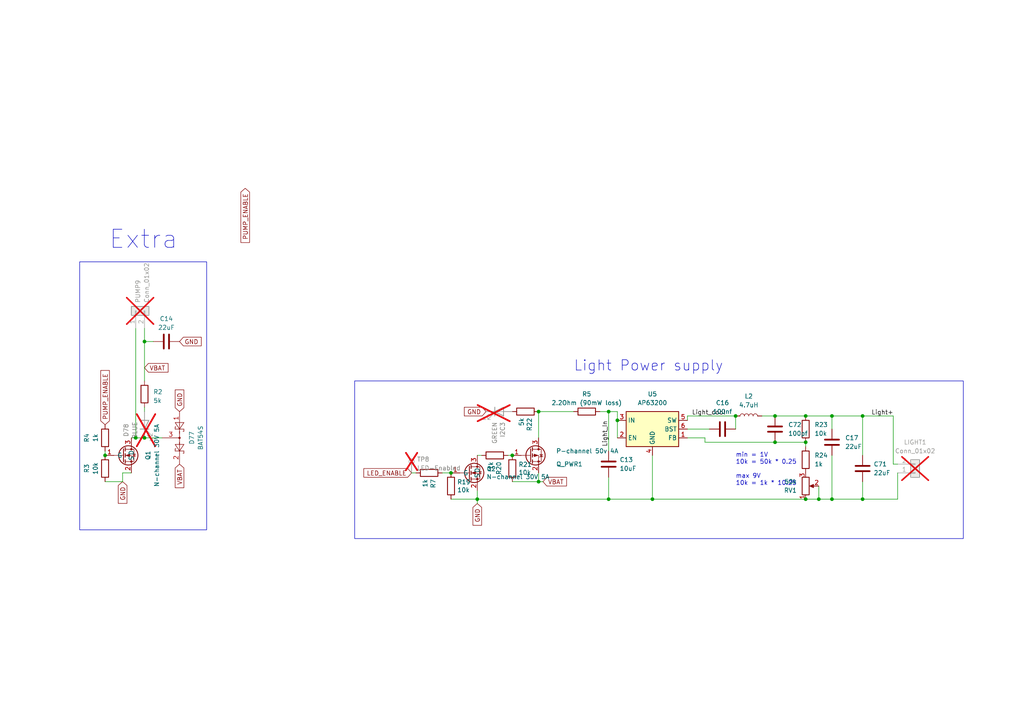
<source format=kicad_sch>
(kicad_sch (version 20250114) (generator "eeschema") (generator_version "9.0")
  (paper "A4")
  (lib_symbols
    (symbol "Connector:TestPoint" (pin_numbers (hide yes)) (pin_names (offset 0.762) (hide yes))
      (property "Reference" "TP" (at 0 6.858 0))
      (property "Value" "TestPoint" (at 0 5.08 0))
      (symbol "TestPoint_0_1"
        (circle (center 0 3.302) (radius 0.762))
      )
      (symbol "TestPoint_1_1"
        (pin passive line (at 0 0 90) (length 2.54) (name "1") (number "1"))
      )
    )
    (symbol "Connector_Generic:Conn_01x02" (pin_names (offset 1.016) (hide yes))
      (property "Reference" "J" (at 0 2.54 0))
      (property "Value" "Conn_01x02" (at 0 -5.08 0))
      (symbol "Conn_01x02_1_1"
        (rectangle (start -1.27 1.27) (end 1.27 -3.81) (stroke (width 0.254)) (fill (type background)))
        (rectangle (start -1.27 0.127) (end 0 -0.127) (stroke (width 0.1524)))
        (rectangle (start -1.27 -2.413) (end 0 -2.667) (stroke (width 0.1524)))
        (pin passive line (at -5.08 0 0) (length 3.81) (name "Pin_1") (number "1"))
        (pin passive line (at -5.08 -2.54 0) (length 3.81) (name "Pin_2") (number "2"))
      )
    )
    (symbol "Device:C" (pin_numbers (hide yes)) (pin_names (offset 0.254))
      (property "Reference" "C" (at 0.635 2.54 0))
      (property "Value" "C" (at 0.635 -2.54 0))
      (symbol "C_0_1"
        (polyline (pts (xy -2.032 0.762) (xy 2.032 0.762)) (stroke (width 0.508)))
        (polyline (pts (xy -2.032 -0.762) (xy 2.032 -0.762)) (stroke (width 0.508)))
      )
      (symbol "C_1_1"
        (pin passive line (at 0 3.81 270) (length 2.794) (name "~") (number "1"))
        (pin passive line (at 0 -3.81 90) (length 2.794) (name "~") (number "2"))
      )
    )
    (symbol "Device:L" (pin_numbers (hide yes)) (pin_names (offset 1.016) (hide yes))
      (property "Reference" "L" (at -1.27 0 90))
      (property "Value" "L" (at 1.905 0 90))
      (symbol "L_0_1"
        (arc (start 0 2.54) (mid 0.6323 1.905) (end 0 1.27))
        (arc (start 0 1.27) (mid 0.6323 0.635) (end 0 0))
        (arc (start 0 0) (mid 0.6323 -0.635) (end 0 -1.27))
        (arc (start 0 -1.27) (mid 0.6323 -1.905) (end 0 -2.54))
      )
      (symbol "L_1_1"
        (pin passive line (at 0 3.81 270) (length 1.27) (name "1") (number "1"))
        (pin passive line (at 0 -3.81 90) (length 1.27) (name "2") (number "2"))
      )
    )
    (symbol "Device:LED" (pin_numbers (hide yes)) (pin_names (offset 1.016) (hide yes))
      (property "Reference" "D" (at 0 2.54 0))
      (property "Value" "LED" (at 0 -2.54 0))
      (symbol "LED_0_1"
        (polyline (pts (xy -3.048 -0.762) (xy -4.572 -2.286) (xy -3.81 -2.286) (xy -4.572 -2.286) (xy -4.572 -1.524)))
        (polyline (pts (xy -1.778 -0.762) (xy -3.302 -2.286) (xy -2.54 -2.286) (xy -3.302 -2.286) (xy -3.302 -1.524)))
        (polyline (pts (xy -1.27 0) (xy 1.27 0)))
        (polyline (pts (xy -1.27 -1.27) (xy -1.27 1.27)) (stroke (width 0.254)))
        (polyline (pts (xy 1.27 -1.27) (xy 1.27 1.27) (xy -1.27 0) (xy 1.27 -1.27)) (stroke (width 0.254)))
      )
      (symbol "LED_1_1"
        (pin passive line (at -3.81 0 0) (length 2.54) (name "K") (number "1"))
        (pin passive line (at 3.81 0 180) (length 2.54) (name "A") (number "2"))
      )
    )
    (symbol "Device:R" (pin_numbers (hide yes)) (pin_names (offset 0))
      (property "Reference" "R" (at 2.032 0 90))
      (property "Value" "R" (at 0 0 90))
      (symbol "R_0_1"
        (rectangle (start -1.016 -2.54) (end 1.016 2.54) (stroke (width 0.254)))
      )
      (symbol "R_1_1"
        (pin passive line (at 0 3.81 270) (length 1.27) (name "~") (number "1"))
        (pin passive line (at 0 -3.81 90) (length 1.27) (name "~") (number "2"))
      )
    )
    (symbol "Device:R_Potentiometer" (pin_names (offset 1.016) (hide yes))
      (property "Reference" "RV" (at -4.445 0 90))
      (property "Value" "R_Potentiometer" (at -2.54 0 90))
      (symbol "R_Potentiometer_0_1"
        (rectangle (start 1.016 2.54) (end -1.016 -2.54) (stroke (width 0.254)))
        (polyline (pts (xy 1.143 0) (xy 2.286 0.508) (xy 2.286 -0.508) (xy 1.143 0)) (fill (type outline)))
        (polyline (pts (xy 2.54 0) (xy 1.524 0)))
      )
      (symbol "R_Potentiometer_1_1"
        (pin passive line (at 0 3.81 270) (length 1.27) (name "1") (number "1"))
        (pin passive line (at 0 -3.81 90) (length 1.27) (name "3") (number "3"))
        (pin passive line (at 3.81 0 180) (length 1.27) (name "2") (number "2"))
      )
    )
    (symbol "Diode:BAS40-04" (pin_names (offset 1.016))
      (property "Reference" "D" (at 0.635 -1.27 0))
      (property "Value" "BAS40-04" (at -6.35 5.715 0))
      (symbol "BAS40-04_0_1"
        (polyline (pts (xy -4.445 3.81) (xy -4.445 1.27) (xy -2.54 2.54) (xy -4.445 3.81)))
        (polyline (pts (xy -3.81 2.54) (xy -1.27 2.54)))
        (polyline (pts (xy -3.175 1.27) (xy -3.175 1.524)))
        (polyline (pts (xy -2.54 3.81) (xy -1.905 3.81)))
        (polyline (pts (xy -2.54 1.27) (xy -3.175 1.27)))
        (polyline (pts (xy -2.54 1.27) (xy -2.54 3.81)))
        (polyline (pts (xy -1.905 3.81) (xy -1.905 3.556)))
        (polyline (pts (xy -1.905 2.54) (xy 1.905 2.54)))
        (circle (center 0 2.54) (radius 0.254) (fill (type outline)))
        (polyline (pts (xy 1.27 2.54) (xy 3.81 2.54)))
        (polyline (pts (xy 1.905 3.81) (xy 1.905 1.27) (xy 3.81 2.54) (xy 1.905 3.81)))
        (polyline (pts (xy 3.175 1.27) (xy 3.175 1.524)))
        (polyline (pts (xy 3.81 3.81) (xy 4.445 3.81)))
        (polyline (pts (xy 3.81 1.27) (xy 3.175 1.27)))
        (polyline (pts (xy 3.81 1.27) (xy 3.81 3.81)))
        (polyline (pts (xy 4.445 3.81) (xy 4.445 3.556)))
      )
      (symbol "BAS40-04_1_1"
        (pin passive line (at -7.62 2.54 0) (length 3.81) (name "~") (number "1"))
        (pin passive line (at 0 -2.54 90) (length 5.08) (name "~") (number "3"))
        (pin passive line (at 7.62 2.54 180) (length 3.81) (name "~") (number "2"))
      )
    )
    (symbol "ESP32-DEVKITC-32D:SL2300" (pin_names (offset 1.016))
      (property "Reference" "Q" (at 0 0 0))
      (property "Value" "SL2300" (at 7.62 0 0))
      (symbol "SL2300_1_1"
        (polyline (pts (xy -1.016 1.905) (xy -1.016 -1.905)) (stroke (width 0.254)))
        (polyline (pts (xy -1.016 0) (xy -3.81 0)))
        (polyline (pts (xy -0.508 2.286) (xy -0.508 1.27)) (stroke (width 0.254)))
        (polyline (pts (xy -0.508 0.508) (xy -0.508 -0.508)) (stroke (width 0.254)))
        (polyline (pts (xy -0.508 -1.27) (xy -0.508 -2.286)) (stroke (width 0.254)))
        (polyline (pts (xy -0.508 -1.778) (xy 2.032 -1.778) (xy 2.032 1.778) (xy -0.508 1.778)))
        (polyline (pts (xy -0.254 0) (xy 0.762 0.381) (xy 0.762 -0.381) (xy -0.254 0)) (fill (type outline)))
        (circle (center 0.381 0) (radius 2.794) (stroke (width 0.254)))
        (polyline (pts (xy 1.27 2.54) (xy 1.27 1.778)))
        (circle (center 1.27 1.778) (radius 0.254) (fill (type outline)))
        (circle (center 1.27 -1.778) (radius 0.254) (fill (type outline)))
        (polyline (pts (xy 1.27 -2.54) (xy 1.27 0) (xy -0.508 0)))
        (polyline (pts (xy 1.524 0.508) (xy 1.651 0.381) (xy 2.413 0.381) (xy 2.54 0.254)))
        (polyline (pts (xy 2.032 0.381) (xy 1.651 -0.254) (xy 2.413 -0.254) (xy 2.032 0.381)))
        (pin input line (at -6.35 0 0) (length 2.54) (name "G") (number "1"))
        (pin passive line (at 1.27 5.08 270) (length 2.54) (name "D") (number "3"))
        (pin passive line (at 1.27 -5.08 90) (length 2.54) (name "S") (number "2"))
      )
    )
    (symbol "Regulator_Switching:AP63205WU"
      (property "Reference" "U" (at -7.62 6.35 0))
      (property "Value" "AP63205WU" (at 2.54 6.35 0))
      (symbol "AP63205WU_0_1"
        (rectangle (start -7.62 5.08) (end 7.62 -5.08) (stroke (width 0.254)) (fill (type background)))
      )
      (symbol "AP63205WU_1_1"
        (pin power_in line (at -10.16 2.54 0) (length 2.54) (name "IN") (number "3"))
        (pin input line (at -10.16 -2.54 0) (length 2.54) (name "EN") (number "2"))
        (pin power_in line (at 0 -7.62 90) (length 2.54) (name "GND") (number "4"))
        (pin output line (at 10.16 2.54 180) (length 2.54) (name "SW") (number "5"))
        (pin passive line (at 10.16 0 180) (length 2.54) (name "BST") (number "6"))
        (pin input line (at 10.16 -2.54 180) (length 2.54) (name "FB") (number "1"))
      )
    )
    (symbol "Transistor_FET:BSS84" (pin_names (hide yes))
      (property "Reference" "Q" (at 5.08 1.905 0))
      (property "Value" "BSS84" (at 5.08 0 0))
      (symbol "BSS84_0_1"
        (polyline (pts (xy 0.254 1.905) (xy 0.254 -1.905)) (stroke (width 0.254)))
        (polyline (pts (xy 0.254 0) (xy -2.54 0)))
        (polyline (pts (xy 0.762 2.286) (xy 0.762 1.27)) (stroke (width 0.254)))
        (polyline (pts (xy 0.762 1.778) (xy 3.302 1.778) (xy 3.302 -1.778) (xy 0.762 -1.778)))
        (polyline (pts (xy 0.762 0.508) (xy 0.762 -0.508)) (stroke (width 0.254)))
        (polyline (pts (xy 0.762 -1.27) (xy 0.762 -2.286)) (stroke (width 0.254)))
        (circle (center 1.651 0) (radius 2.794) (stroke (width 0.254)))
        (polyline (pts (xy 2.286 0) (xy 1.27 0.381) (xy 1.27 -0.381) (xy 2.286 0)) (fill (type outline)))
        (polyline (pts (xy 2.54 2.54) (xy 2.54 1.778)))
        (circle (center 2.54 1.778) (radius 0.254) (fill (type outline)))
        (circle (center 2.54 -1.778) (radius 0.254) (fill (type outline)))
        (polyline (pts (xy 2.54 -2.54) (xy 2.54 0) (xy 0.762 0)))
        (polyline (pts (xy 2.794 -0.508) (xy 2.921 -0.381) (xy 3.683 -0.381) (xy 3.81 -0.254)))
        (polyline (pts (xy 3.302 -0.381) (xy 2.921 0.254) (xy 3.683 0.254) (xy 3.302 -0.381)))
      )
      (symbol "BSS84_1_1"
        (pin input line (at -5.08 0 0) (length 2.54) (name "G") (number "1"))
        (pin passive line (at 2.54 5.08 270) (length 2.54) (name "D") (number "3"))
        (pin passive line (at 2.54 -5.08 90) (length 2.54) (name "S") (number "2"))
      )
    )
  )
  (rectangle (start 23.114 75.946) (end 59.944 153.67))
  (rectangle (start 102.87 110.49) (end 279.4 156.21))
  (text "min = 1V\n10k = 50k * 0.25\n\nmax 9V\n10k = 1k * 10.25" (at 213.36 140.97 0) (effects (font (size 1.27 1.27)) (justify left bottom)))
  (text "Extra" (at 31.496 72.644 0) (effects (font (size 5.2578 5.2578)) (justify left bottom)))
  (text "Light Power supply" (at 166.37 107.95 0) (effects (font (size 3 3)) (justify left bottom)))
  (junction (at 237.49 144.78))
  (junction (at 39.37 127))
  (junction (at 176.53 119.38))
  (junction (at 233.68 144.78))
  (junction (at 241.3 120.65))
  (junction (at 148.59 132.08))
  (junction (at 176.53 144.78))
  (junction (at 138.43 144.78))
  (junction (at 130.81 137.16))
  (junction (at 213.36 120.65))
  (junction (at 241.3 144.78))
  (junction (at 233.68 120.65))
  (junction (at 41.91 99.06))
  (junction (at 224.79 128.27))
  (junction (at 250.19 120.65))
  (junction (at 156.21 119.38))
  (junction (at 156.21 139.7))
  (junction (at 250.19 144.78))
  (junction (at 233.68 128.27))
  (junction (at 179.07 121.92))
  (junction (at 189.23 144.78))
  (junction (at 30.48 132.08))
  (junction (at 224.79 120.65))
  (junction (at 41.91 127))
  (wire (pts (xy 156.21 119.38) (xy 156.21 127)))
  (wire (pts (xy 38.1 137.16) (xy 35.56 137.16)))
  (wire (pts (xy 30.48 130.81) (xy 30.48 132.08)))
  (wire (pts (xy 233.68 144.78) (xy 237.49 144.78)))
  (wire (pts (xy 156.21 139.7) (xy 156.21 137.16)))
  (wire (pts (xy 237.49 140.97) (xy 237.49 144.78)))
  (wire (pts (xy 250.19 144.78) (xy 260.35 144.78)))
  (wire (pts (xy 39.37 95.25) (xy 39.37 127)))
  (wire (pts (xy 199.39 127) (xy 204.47 127)))
  (wire (pts (xy 199.39 120.65) (xy 213.36 120.65)))
  (wire (pts (xy 199.39 121.92) (xy 199.39 120.65)))
  (wire (pts (xy 176.53 144.78) (xy 189.23 144.78)))
  (wire (pts (xy 148.59 139.7) (xy 156.21 139.7)))
  (wire (pts (xy 241.3 144.78) (xy 250.19 144.78)))
  (wire (pts (xy 189.23 144.78) (xy 233.68 144.78)))
  (wire (pts (xy 173.99 119.38) (xy 176.53 119.38)))
  (wire (pts (xy 176.53 138.43) (xy 176.53 144.78)))
  (wire (pts (xy 176.53 119.38) (xy 176.53 130.81)))
  (wire (pts (xy 39.37 127) (xy 38.1 127)))
  (wire (pts (xy 41.91 99.06) (xy 41.91 95.25)))
  (wire (pts (xy 147.32 132.08) (xy 148.59 132.08)))
  (wire (pts (xy 250.19 120.65) (xy 259.08 120.65)))
  (wire (pts (xy 156.21 119.38) (xy 166.37 119.38)))
  (wire (pts (xy 179.07 121.92) (xy 179.07 127)))
  (wire (pts (xy 138.43 144.78) (xy 176.53 144.78)))
  (wire (pts (xy 213.36 120.65) (xy 213.36 124.46)))
  (wire (pts (xy 220.98 120.65) (xy 224.79 120.65)))
  (wire (pts (xy 241.3 120.65) (xy 250.19 120.65)))
  (wire (pts (xy 176.53 119.38) (xy 179.07 119.38)))
  (wire (pts (xy 41.91 127) (xy 46.99 127)))
  (wire (pts (xy 41.91 99.06) (xy 44.45 99.06)))
  (wire (pts (xy 139.7 132.08) (xy 138.43 132.08)))
  (wire (pts (xy 199.39 124.46) (xy 205.74 124.46)))
  (wire (pts (xy 259.08 134.62) (xy 259.08 120.65)))
  (wire (pts (xy 204.47 128.27) (xy 224.79 128.27)))
  (wire (pts (xy 41.91 99.06) (xy 41.91 110.49)))
  (wire (pts (xy 260.35 134.62) (xy 259.08 134.62)))
  (wire (pts (xy 250.19 139.7) (xy 250.19 144.78)))
  (wire (pts (xy 241.3 132.08) (xy 241.3 144.78)))
  (wire (pts (xy 250.19 120.65) (xy 250.19 132.08)))
  (wire (pts (xy 39.37 127) (xy 41.91 127)))
  (wire (pts (xy 189.23 144.78) (xy 189.23 132.08)))
  (wire (pts (xy 204.47 127) (xy 204.47 128.27)))
  (wire (pts (xy 179.07 121.92) (xy 179.07 119.38)))
  (wire (pts (xy 35.56 137.16) (xy 35.56 139.7)))
  (wire (pts (xy 224.79 120.65) (xy 233.68 120.65)))
  (wire (pts (xy 156.21 139.7) (xy 157.48 139.7)))
  (wire (pts (xy 233.68 128.27) (xy 233.68 129.54)))
  (wire (pts (xy 224.79 128.27) (xy 233.68 128.27)))
  (wire (pts (xy 138.43 144.78) (xy 138.43 146.05)))
  (wire (pts (xy 35.56 139.7) (xy 30.48 139.7)))
  (wire (pts (xy 130.81 144.78) (xy 138.43 144.78)))
  (wire (pts (xy 260.35 144.78) (xy 260.35 137.16)))
  (wire (pts (xy 119.38 137.16) (xy 120.65 137.16)))
  (wire (pts (xy 41.91 119.38) (xy 41.91 118.11)))
  (wire (pts (xy 128.27 137.16) (xy 130.81 137.16)))
  (wire (pts (xy 138.43 144.78) (xy 138.43 142.24)))
  (wire (pts (xy 241.3 120.65) (xy 241.3 124.46)))
  (wire (pts (xy 237.49 144.78) (xy 241.3 144.78)))
  (wire (pts (xy 233.68 120.65) (xy 241.3 120.65)))
  (label "Light+" (at 252.73 120.65 0))
  (label "Light_In" (at 176.53 129.54 90))
  (label "Light_cool" (at 200.66 120.65 0))
  (global_label "GND" (shape input) (at 35.56 139.7 270) (property "Intersheetrefs" "${INTERSHEET_REFS}" (effects (hide yes))))
  (global_label "LED_ENABLE" (shape input) (at 119.38 137.16 180) (property "Intersheetrefs" "${INTERSHEET_REFS}" (effects (hide yes))))
  (global_label "PUMP_ENABLE" (shape input) (at 30.48 123.19 90) (property "Intersheetrefs" "${INTERSHEET_REFS}" (effects (hide yes))))
  (global_label "VBAT" (shape input) (at 157.48 139.7 0) (property "Intersheetrefs" "${INTERSHEET_REFS}" (effects (hide yes))))
  (global_label "GND" (shape input) (at 138.43 146.05 270) (property "Intersheetrefs" "${INTERSHEET_REFS}" (effects (hide yes))))
  (global_label "VBAT" (shape input) (at 41.91 106.68 0) (property "Intersheetrefs" "${INTERSHEET_REFS}" (effects (hide yes))))
  (global_label "VBAT" (shape input) (at 52.07 134.62 270) (property "Intersheetrefs" "${INTERSHEET_REFS}" (effects (hide yes))))
  (global_label "GND" (shape input) (at 52.07 119.38 90) (property "Intersheetrefs" "${INTERSHEET_REFS}" (effects (hide yes))))
  (global_label "GND" (shape input) (at 52.07 99.06 0) (property "Intersheetrefs" "${INTERSHEET_REFS}" (effects (hide yes))))
  (global_label "PUMP_ENABLE" (shape input) (at 71.12 54.61 270) (property "Intersheetrefs" "${INTERSHEET_REFS}" (effects (hide yes))))
  (global_label "GND" (shape input) (at 140.97 119.38 180) (property "Intersheetrefs" "${INTERSHEET_REFS}" (effects (hide yes))))
  (symbol (lib_id "Connector_Generic:Conn_01x02") (at 39.37 90.17 90) (unit 1) (dnp yes)
    (property "Reference" "PUMP9" (at 40.005 87.884 0) (effects (justify left)))
    (property "Value" "Conn_01x02" (at 42.545 87.884 0) (effects (justify left)))
    (property "Footprint" "Connector_JST:JST_EH_B2B-EH-A_1x02_P2.50mm_Vertical" (effects (hide yes)))
  )
  (symbol (lib_id "Device:R") (at 233.68 133.35 0) (unit 1)
    (property "Reference" "R24" (at 236.22 132.08 0) (effects (justify left)))
    (property "Value" "1k" (at 236.22 134.62 0) (effects (justify left)))
    (property "Footprint" "Resistor_SMD:R_0603_1608Metric" (effects (hide yes)))
    (property "LCSC_PART_NUMBER" "C95781" (effects (hide yes)))
  )
  (symbol (lib_id "Device:L") (at 217.17 120.65 90) (unit 1)
    (property "Reference" "L2" (at 217.17 114.935 90))
    (property "Value" "4.7uH" (at 217.17 117.475 90))
    (property "Footprint" "Inductor_SMD:L_1210_3225Metric" (effects (hide yes)))
    (property "Datasheet" "http://www.yuden.co.jp/cs/" (effects (hide yes)))
    (property "LCSC_PART_NUMBER" "C520271" (effects (hide yes)))
  )
  (symbol (lib_id "Device:R") (at 41.91 114.3 0) (unit 1)
    (property "Reference" "R2" (at 44.45 113.665 0) (effects (justify left)))
    (property "Value" "5k" (at 44.45 116.205 0) (effects (justify left)))
    (property "Footprint" "Resistor_SMD:R_0603_1608Metric" (effects (hide yes)))
    (property "LCSC_PART_NUMBER" "C17590" (effects (hide yes)))
  )
  (symbol (lib_id "Device:C") (at 250.19 135.89 0) (unit 1)
    (property "Reference" "C71" (at 253.365 134.6199 0) (effects (justify left)))
    (property "Value" "22uF" (at 253.365 137.1599 0) (effects (justify left)))
    (property "Footprint" "PCM_Capacitor_SMD_Handsoldering_AKL:C_0805_2012Metric_Pad1.18x1.45mm" (effects (hide yes)))
    (property "LCSC_PART_NUMBER" "C45783" (effects (hide yes)))
  )
  (symbol (lib_id "Device:R") (at 170.18 119.38 90) (unit 1)
    (property "Reference" "R5" (at 170.18 114.3 90))
    (property "Value" "2.2Ohm (90mW loss)" (at 170.18 116.84 90))
    (property "Footprint" "Resistor_SMD:R_0603_1608Metric" (effects (hide yes)))
    (property "LCSC" "C17513" (effects (hide yes)))
    (property "LCSC_PART_NUMBER" "C2930032" (effects (hide yes)))
  )
  (symbol (lib_id "Device:R") (at 30.48 127 0) (unit 1)
    (property "Reference" "R4" (at 25.146 127 90))
    (property "Value" "1k" (at 27.686 127 90))
    (property "Footprint" "Resistor_SMD:R_0603_1608Metric" (effects (hide yes)))
    (property "LCSC_PART_NUMBER" "C95781" (effects (hide yes)))
  )
  (symbol (lib_id "Connector:TestPoint") (at 119.38 137.16 0) (unit 1) (dnp yes)
    (property "Reference" "TP8" (at 120.904 133.223 0) (effects (justify left)))
    (property "Value" "LED-Enabled" (at 120.904 135.763 0) (effects (justify left)))
    (property "Footprint" "TestPoint:TestPoint_Pad_2.0x2.0mm" (effects (hide yes)))
  )
  (symbol (lib_id "Device:R_Potentiometer") (at 233.68 140.97 0) (mirror x) (unit 1)
    (property "Reference" "RV1" (at 231.14 142.24 0) (effects (justify right)))
    (property "Value" "50k" (at 231.14 139.7 0) (effects (justify right)))
    (property "Footprint" "Potentiometer_THT:Potentiometer_Bourns_3299W_Vertical" (effects (hide yes)))
    (property "LCSC_PART_NUMBER" "C118911" (effects (hide yes)))
  )
  (symbol (lib_id "Device:R") (at 233.68 124.46 0) (unit 1)
    (property "Reference" "R23" (at 236.22 123.19 0) (effects (justify left)))
    (property "Value" "10k" (at 236.22 125.73 0) (effects (justify left)))
    (property "Footprint" "Resistor_SMD:R_0603_1608Metric" (effects (hide yes)))
    (property "LCSC_PART_NUMBER" "C212284" (effects (hide yes)))
  )
  (symbol (lib_id "Device:R") (at 152.4 119.38 270) (unit 1)
    (property "Reference" "R22" (at 153.5684 121.158 0) (effects (justify left)))
    (property "Value" "5k" (at 151.257 121.158 0) (effects (justify left)))
    (property "Footprint" "Resistor_SMD:R_0603_1608Metric" (effects (hide yes)))
    (property "LCSC_PART_NUMBER" "C17590" (effects (hide yes)))
  )
  (symbol (lib_id "Device:R") (at 148.59 135.89 0) (unit 1)
    (property "Reference" "R21" (at 150.368 134.7216 0) (effects (justify left)))
    (property "Value" "10k" (at 150.368 137.033 0) (effects (justify left)))
    (property "Footprint" "Resistor_SMD:R_0603_1608Metric" (effects (hide yes)))
    (property "LCSC_PART_NUMBER" "C212284" (effects (hide yes)))
  )
  (symbol (lib_id "Device:C") (at 176.53 134.62 0) (unit 1)
    (property "Reference" "C13" (at 179.705 133.3499 0) (effects (justify left)))
    (property "Value" "10uF" (at 179.705 135.8899 0) (effects (justify left)))
    (property "Footprint" "PCM_Capacitor_SMD_Handsoldering_AKL:C_1206_3216Metric_Pad1.33x1.80mm" (effects (hide yes)))
    (property "LCSC_PART_NUMBER" "C13585" (effects (hide yes)))
  )
  (symbol (lib_id "ESP32-DEVKITC-32D:SL2300") (at 137.16 137.16 0) (unit 1)
    (property "Reference" "Q2" (at 141.097 135.9916 0) (effects (justify left)))
    (property "Value" "N-channel 30V 5A" (at 141.097 138.303 0) (effects (justify left)))
    (property "Footprint" "PCM_Package_TO_SOT_SMD_AKL:SOT-23" (effects (hide yes)))
    (property "LCSC_PART_NUMBER" "C5364313" (effects (hide yes)))
  )
  (symbol (lib_id "Device:C") (at 209.55 124.46 90) (unit 1)
    (property "Reference" "C16" (at 209.55 116.84 90))
    (property "Value" "100nf" (at 209.55 119.38 90))
    (property "Footprint" "PCM_Capacitor_SMD_Handsoldering_AKL:C_0603_1608Metric_Pad1.08x0.95mm" (effects (hide yes)))
    (property "LCSC_PART_NUMBER" "C49678" (effects (hide yes)))
  )
  (symbol (lib_id "Connector_Generic:Conn_01x02") (at 265.43 137.16 0) (mirror x) (unit 1) (dnp yes)
    (property "Reference" "LIGHT1" (at 265.43 128.27 0))
    (property "Value" "Conn_01x02" (at 265.43 130.81 0))
    (property "Footprint" "Connector_JST:JST_EH_B2B-EH-A_1x02_P2.50mm_Vertical" (effects (hide yes)))
  )
  (symbol (lib_id "Transistor_FET:BSS84") (at 153.67 132.08 0) (unit 1)
    (property "Reference" "Q_PWR1" (at 161.29 134.62 0) (effects (justify left)))
    (property "Value" "P-channel 50v 4A" (at 161.29 130.81 0) (effects (justify left)))
    (property "Footprint" "PCM_Package_TO_SOT_SMD_AKL:SOT-23" (effects (hide yes)))
    (property "Datasheet" "http://assets.nexperia.com/documents/data-sheet/BSS84.pdf" (effects (hide yes)))
    (property "Description" "-0.13A Id, -50V Vds, P-Channel MOSFET, SOT-23" (effects (hide yes)))
    (property "LCSC_PART_NUMBER" "C238680" (effects (hide yes)))
  )
  (symbol (lib_id "Device:C") (at 241.3 128.27 0) (unit 1)
    (property "Reference" "C17" (at 245.11 127 0) (effects (justify left)))
    (property "Value" "22uF" (at 245.11 129.54 0) (effects (justify left)))
    (property "Footprint" "PCM_Capacitor_SMD_Handsoldering_AKL:C_0805_2012Metric_Pad1.18x1.45mm" (effects (hide yes)))
    (property "LCSC_PART_NUMBER" "C45783" (effects (hide yes)))
  )
  (symbol (lib_id "Device:LED") (at 144.78 119.38 0) (unit 1) (dnp yes)
    (property "Reference" "I2C3" (at 145.7706 122.3772 90) (effects (justify right)))
    (property "Value" "GREEN" (at 143.4592 122.3772 90) (effects (justify right)))
    (property "Footprint" "LED_SMD:LED_0805_2012Metric" (effects (hide yes)))
    (property "LCSC_PART_NUMBER" "C84256" (effects (hide yes)))
  )
  (symbol (lib_id "Device:LED") (at 41.91 123.19 90) (unit 1) (dnp yes)
    (property "Reference" "D78" (at 36.576 124.7775 0))
    (property "Value" "BLUE" (at 39.116 124.7775 0))
    (property "Footprint" "LED_SMD:LED_0805_2012Metric" (effects (hide yes)))
    (property "LCSC_PART_NUMBER" "C205441" (effects (hide yes)))
  )
  (symbol (lib_id "Diode:BAS40-04") (at 49.53 127 270) (unit 1)
    (property "Reference" "D77" (at 55.626 127 0))
    (property "Value" "BAT54S" (at 58.166 127 0))
    (property "Footprint" "Package_TO_SOT_SMD:SOT-23" (effects (hide yes)))
    (property "LCSC_PART_NUMBER" "C916425" (effects (hide yes)))
  )
  (symbol (lib_id "Regulator_Switching:AP63205WU") (at 189.23 124.46 0) (unit 1)
    (property "Reference" "U5" (at 189.23 114.3 0))
    (property "Value" "AP63200" (at 189.23 116.84 0))
    (property "Footprint" "Package_TO_SOT_SMD:TSOT-23-6" (effects (hide yes)))
    (property "Datasheet" "https://www.diodes.com/assets/Datasheets/AP63200-AP63201-AP63203-AP63205.pdf" (effects (hide yes)))
    (property "LCSC" "C2071056" (effects (hide yes)))
    (property "LCSC_PART_NUMBER" "C2071868" (effects (hide yes)))
  )
  (symbol (lib_id "ESP32-DEVKITC-32D:SL2300") (at 36.83 132.08 0) (unit 1)
    (property "Reference" "Q1" (at 42.926 132.08 90))
    (property "Value" "N-channel 30V 5A" (at 45.466 132.08 90))
    (property "Footprint" "PCM_Package_TO_SOT_SMD_AKL:SOT-23" (effects (hide yes)))
    (property "LCSC_PART_NUMBER" "C5364313" (effects (hide yes)))
  )
  (symbol (lib_id "Device:C") (at 224.79 124.46 0) (unit 1)
    (property "Reference" "C72" (at 228.6 123.19 0) (effects (justify left)))
    (property "Value" "100pf" (at 228.6 125.73 0) (effects (justify left)))
    (property "Footprint" "PCM_Capacitor_SMD_Handsoldering_AKL:C_0603_1608Metric_Pad1.08x0.95mm" (effects (hide yes)))
    (property "LCSC_PART_NUMBER" "C14665" (effects (hide yes)))
  )
  (symbol (lib_id "Device:R") (at 143.51 132.08 270) (unit 1)
    (property "Reference" "R20" (at 144.6784 133.858 0) (effects (justify left)))
    (property "Value" "1k" (at 142.367 133.858 0) (effects (justify left)))
    (property "Footprint" "Resistor_SMD:R_0603_1608Metric" (effects (hide yes)))
    (property "LCSC_PART_NUMBER" "C95781" (effects (hide yes)))
  )
  (symbol (lib_id "Device:R") (at 30.48 135.89 0) (unit 1)
    (property "Reference" "R3" (at 25.146 135.89 90))
    (property "Value" "10k" (at 27.686 135.89 90))
    (property "Footprint" "Resistor_SMD:R_0603_1608Metric" (effects (hide yes)))
    (property "LCSC_PART_NUMBER" "C212284" (effects (hide yes)))
  )
  (symbol (lib_id "Device:C") (at 48.26 99.06 90) (unit 1)
    (property "Reference" "C14" (at 48.26 92.456 90))
    (property "Value" "22uF" (at 48.26 94.996 90))
    (property "Footprint" "PCM_Capacitor_SMD_Handsoldering_AKL:C_0805_2012Metric_Pad1.18x1.45mm" (effects (hide yes)))
    (property "LCSC_PART_NUMBER" "C45783" (effects (hide yes)))
  )
  (symbol (lib_id "Device:R") (at 130.81 140.97 0) (unit 1)
    (property "Reference" "R19" (at 132.588 139.8016 0) (effects (justify left)))
    (property "Value" "10k" (at 132.588 142.113 0) (effects (justify left)))
    (property "Footprint" "Resistor_SMD:R_0603_1608Metric" (effects (hide yes)))
    (property "LCSC_PART_NUMBER" "C212284" (effects (hide yes)))
  )
  (symbol (lib_id "Device:R") (at 124.46 137.16 270) (unit 1)
    (property "Reference" "R7" (at 125.6284 138.938 0) (effects (justify left)))
    (property "Value" "1k" (at 123.317 138.938 0) (effects (justify left)))
    (property "Footprint" "Resistor_SMD:R_0603_1608Metric" (effects (hide yes)))
    (property "LCSC_PART_NUMBER" "C95781" (effects (hide yes)))
  )
)
</source>
